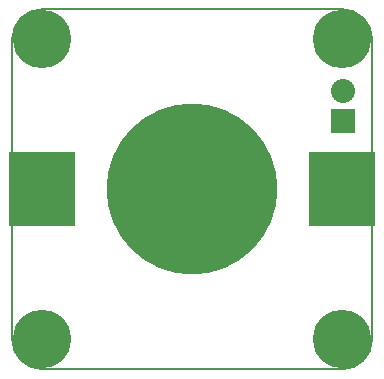
<source format=gts>
G04 (created by PCBNEW (2013-03-15 BZR 4003)-stable) date 22-Apr-13 3:44:32 PM*
%MOIN*%
G04 Gerber Fmt 3.4, Leading zero omitted, Abs format*
%FSLAX34Y34*%
G01*
G70*
G90*
G04 APERTURE LIST*
%ADD10C,0.003*%
%ADD11C,0.005*%
%ADD12R,0.08X0.08*%
%ADD13C,0.08*%
%ADD14C,0.195*%
%ADD15R,0.22X0.245*%
%ADD16C,0.57*%
G04 APERTURE END LIST*
G54D10*
G54D11*
X22000Y-11000D02*
G75*
G03X21000Y-10000I-1000J0D01*
G74*
G01*
X11000Y-10000D02*
G75*
G03X10000Y-11000I0J-1000D01*
G74*
G01*
X10000Y-21000D02*
G75*
G03X11000Y-22000I1000J0D01*
G74*
G01*
X21000Y-22000D02*
G75*
G03X22000Y-21000I0J1000D01*
G74*
G01*
X10000Y-21000D02*
X10000Y-11000D01*
X21000Y-22000D02*
X11000Y-22000D01*
X22000Y-11000D02*
X22000Y-21000D01*
X11000Y-10000D02*
X21000Y-10000D01*
G54D12*
X21025Y-13725D03*
G54D13*
X21025Y-12725D03*
G54D14*
X21000Y-11000D03*
X11000Y-11000D03*
X11000Y-21000D03*
X21000Y-21000D03*
G54D15*
X21000Y-16000D03*
X11000Y-16000D03*
G54D16*
X16000Y-16000D03*
M02*

</source>
